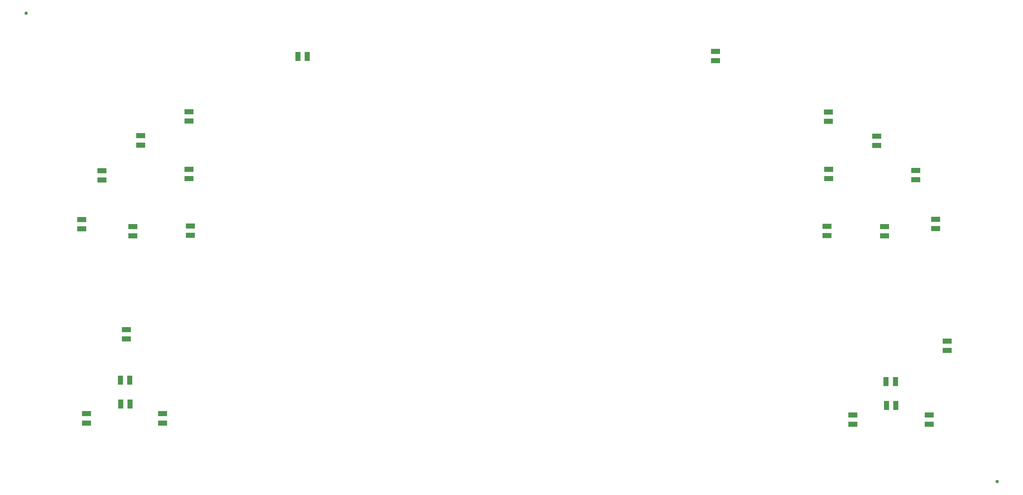
<source format=gtp>
%FSLAX42Y42*%
%MOMM*%
G71*
G01*
G75*
G04 Layer_Color=8421504*
%ADD10C,0.25*%
%ADD11R,1.60X2.70*%
%ADD12R,2.70X1.60*%
%ADD13C,1.00*%
%ADD14C,0.25*%
%ADD15C,0.50*%
%ADD16C,0.30*%
%ADD17C,0.35*%
%ADD18C,1.00*%
%ADD19C,1.20*%
%ADD20C,0.20*%
%ADD21C,0.40*%
%ADD22C,0.80*%
%ADD23C,0.60*%
%ADD24O,2.40X2.00*%
%ADD25O,1.40X2.50*%
%ADD26R,1.40X2.50*%
%ADD27C,1.70*%
%ADD28R,2.50X1.40*%
%ADD29O,2.50X1.40*%
%ADD30O,2.00X2.30*%
%ADD31O,2.00X3.00*%
%ADD32P,2.71X8X292.5*%
%ADD33C,2.50*%
%ADD34O,1.20X2.50*%
%ADD35R,1.20X2.50*%
%ADD36C,3.00*%
%ADD37C,0.60*%
%ADD38C,0.80*%
%ADD39R,0.50X1.10*%
%ADD40R,1.30X1.30*%
%ADD41R,1.10X0.50*%
%ADD42R,1.30X1.30*%
%ADD43R,1.35X0.70*%
%ADD44R,1.80X0.70*%
G04:AMPARAMS|DCode=45|XSize=1.9mm|YSize=3.3mm|CornerRadius=0mm|HoleSize=0mm|Usage=FLASHONLY|Rotation=90.000|XOffset=0mm|YOffset=0mm|HoleType=Round|Shape=Octagon|*
%AMOCTAGOND45*
4,1,8,-1.65,-0.47,-1.65,0.47,-1.17,0.95,1.17,0.95,1.65,0.47,1.65,-0.47,1.17,-0.95,-1.17,-0.95,-1.65,-0.47,0.0*
%
%ADD45OCTAGOND45*%

%ADD46R,1.60X1.80*%
%ADD47R,1.80X1.60*%
%ADD48R,1.65X0.60*%
%ADD49R,1.80X1.60*%
%ADD50P,1.84X4X360.0*%
%ADD51P,1.84X4X90.0*%
%ADD52R,3.00X2.00*%
%ADD53R,1.80X2.70*%
%ADD54R,1.20X1.60*%
%ADD55R,1.80X2.00*%
%ADD56R,2.50X2.00*%
%ADD57R,1.20X3.50*%
%ADD58R,2.20X2.20*%
G04:AMPARAMS|DCode=59|XSize=2.2mm|YSize=2.2mm|CornerRadius=0.55mm|HoleSize=0mm|Usage=FLASHONLY|Rotation=270.000|XOffset=0mm|YOffset=0mm|HoleType=Round|Shape=RoundedRectangle|*
%AMROUNDEDRECTD59*
21,1,2.20,1.10,0,0,270.0*
21,1,1.10,2.20,0,0,270.0*
1,1,1.10,-0.55,-0.55*
1,1,1.10,-0.55,0.55*
1,1,1.10,0.55,0.55*
1,1,1.10,0.55,-0.55*
%
%ADD59ROUNDEDRECTD59*%
%ADD60R,2.00X1.80*%
G04:AMPARAMS|DCode=61|XSize=6mm|YSize=12.7mm|CornerRadius=1.5mm|HoleSize=0mm|Usage=FLASHONLY|Rotation=0.000|XOffset=0mm|YOffset=0mm|HoleType=Round|Shape=RoundedRectangle|*
%AMROUNDEDRECTD61*
21,1,6.00,9.70,0,0,0.0*
21,1,3.00,12.70,0,0,0.0*
1,1,3.00,1.50,-4.85*
1,1,3.00,-1.50,-4.85*
1,1,3.00,-1.50,4.85*
1,1,3.00,1.50,4.85*
%
%ADD61ROUNDEDRECTD61*%
%ADD62R,1.00X1.00*%
%ADD63R,1.30X1.00*%
%ADD64R,1.60X1.20*%
%ADD65R,2.60X1.60*%
%ADD66R,1.10X2.15*%
%ADD67R,1.10X2.15*%
%ADD68R,3.50X2.15*%
%ADD69R,2.15X3.50*%
%ADD70R,2.15X1.10*%
%ADD71R,2.15X1.10*%
%ADD72R,0.50X1.80*%
%ADD73O,0.50X1.80*%
%ADD74R,1.00X1.00*%
%ADD75R,1.00X1.30*%
%ADD76R,2.50X4.00*%
%ADD77O,1.80X0.55*%
%ADD78R,1.80X0.55*%
%ADD79R,2.50X3.30*%
%ADD80O,1.80X0.50*%
%ADD81R,1.80X0.50*%
G04:AMPARAMS|DCode=82|XSize=1.9mm|YSize=3.3mm|CornerRadius=0mm|HoleSize=0mm|Usage=FLASHONLY|Rotation=0.000|XOffset=0mm|YOffset=0mm|HoleType=Round|Shape=Octagon|*
%AMOCTAGOND82*
4,1,8,-0.47,1.65,0.47,1.65,0.95,1.17,0.95,-1.17,0.47,-1.65,-0.47,-1.65,-0.95,-1.17,-0.95,1.17,-0.47,1.65,0.0*
%
%ADD82OCTAGOND82*%

%ADD83R,0.70X1.80*%
%ADD84R,0.70X1.35*%
%ADD85R,5.80X6.20*%
%ADD86R,1.60X3.00*%
%ADD87R,1.27X0.50*%
%ADD88R,0.50X1.27*%
%ADD89R,1.60X1.80*%
G04:AMPARAMS|DCode=90|XSize=6mm|YSize=12.7mm|CornerRadius=1.5mm|HoleSize=0mm|Usage=FLASHONLY|Rotation=90.000|XOffset=0mm|YOffset=0mm|HoleType=Round|Shape=RoundedRectangle|*
%AMROUNDEDRECTD90*
21,1,6.00,9.70,0,0,90.0*
21,1,3.00,12.70,0,0,90.0*
1,1,3.00,4.85,1.50*
1,1,3.00,4.85,-1.50*
1,1,3.00,-4.85,-1.50*
1,1,3.00,-4.85,1.50*
%
%ADD90ROUNDEDRECTD90*%
%ADD91R,2.00X3.00*%
%ADD92R,1.00X4.50*%
%ADD93R,9.00X9.00*%
%ADD94R,0.25X2.00*%
%ADD95R,2.00X0.25*%
%ADD96R,1.90X1.60*%
%ADD97R,1.45X2.00*%
%ADD98O,1.60X0.25*%
%ADD99R,1.60X0.25*%
G04:AMPARAMS|DCode=100|XSize=5mm|YSize=1.6mm|CornerRadius=0.4mm|HoleSize=0mm|Usage=FLASHONLY|Rotation=90.000|XOffset=0mm|YOffset=0mm|HoleType=Round|Shape=RoundedRectangle|*
%AMROUNDEDRECTD100*
21,1,5.00,0.80,0,0,90.0*
21,1,4.20,1.60,0,0,90.0*
1,1,0.80,0.40,2.10*
1,1,0.80,0.40,-2.10*
1,1,0.80,-0.40,-2.10*
1,1,0.80,-0.40,2.10*
%
%ADD100ROUNDEDRECTD100*%
%ADD101R,0.60X1.65*%
%ADD102C,0.15*%
%ADD103R,6.05X6.05*%
%ADD104R,4.95X6.30*%
%ADD105R,1.57X1.19*%
%ADD106C,0.10*%
%ADD107C,0.13*%
%ADD108C,0.14*%
%ADD109R,4.76X1.25*%
%ADD110R,4.69X1.25*%
%ADD111R,1.25X4.69*%
%ADD112R,1.25X4.76*%
%ADD113C,0.19*%
%ADD114C,0.20*%
%ADD115C,0.05*%
%ADD116C,0.30*%
%ADD117C,0.12*%
%ADD118R,0.16X0.27*%
%ADD119R,0.15X0.19*%
%ADD120R,0.19X0.28*%
%ADD121R,0.05X0.15*%
%ADD122R,0.06X0.18*%
%ADD123R,0.10X0.24*%
%ADD124R,0.09X0.15*%
D11*
X26423Y2050D02*
D03*
X26703D02*
D03*
X26690Y2766D02*
D03*
X26410D02*
D03*
X3616Y2095D02*
D03*
X3336D02*
D03*
X3329Y2812D02*
D03*
X3609D02*
D03*
X8678Y12573D02*
D03*
X8958D02*
D03*
D12*
X3702Y7445D02*
D03*
Y7165D02*
D03*
X3938Y10183D02*
D03*
Y9903D02*
D03*
X2765Y9129D02*
D03*
Y8849D02*
D03*
X5389Y9174D02*
D03*
Y8894D02*
D03*
X5432Y7463D02*
D03*
Y7183D02*
D03*
X5391Y10904D02*
D03*
Y10624D02*
D03*
X24670Y10902D02*
D03*
Y10622D02*
D03*
X4597Y1801D02*
D03*
Y1521D02*
D03*
X2300D02*
D03*
Y1801D02*
D03*
X27711Y1760D02*
D03*
Y1480D02*
D03*
X24675Y9172D02*
D03*
Y8892D02*
D03*
X24632Y7452D02*
D03*
Y7172D02*
D03*
X26367Y7447D02*
D03*
Y7167D02*
D03*
X26123Y10173D02*
D03*
Y9893D02*
D03*
X27301Y9139D02*
D03*
Y8859D02*
D03*
X27906Y7661D02*
D03*
Y7381D02*
D03*
X28249Y3988D02*
D03*
Y3708D02*
D03*
X2160Y7656D02*
D03*
Y7376D02*
D03*
X25407Y1760D02*
D03*
Y1480D02*
D03*
X21264Y12730D02*
D03*
Y12450D02*
D03*
X3504Y4333D02*
D03*
Y4053D02*
D03*
D13*
X478Y13876D02*
D03*
X29756Y-245D02*
D03*
M02*

</source>
